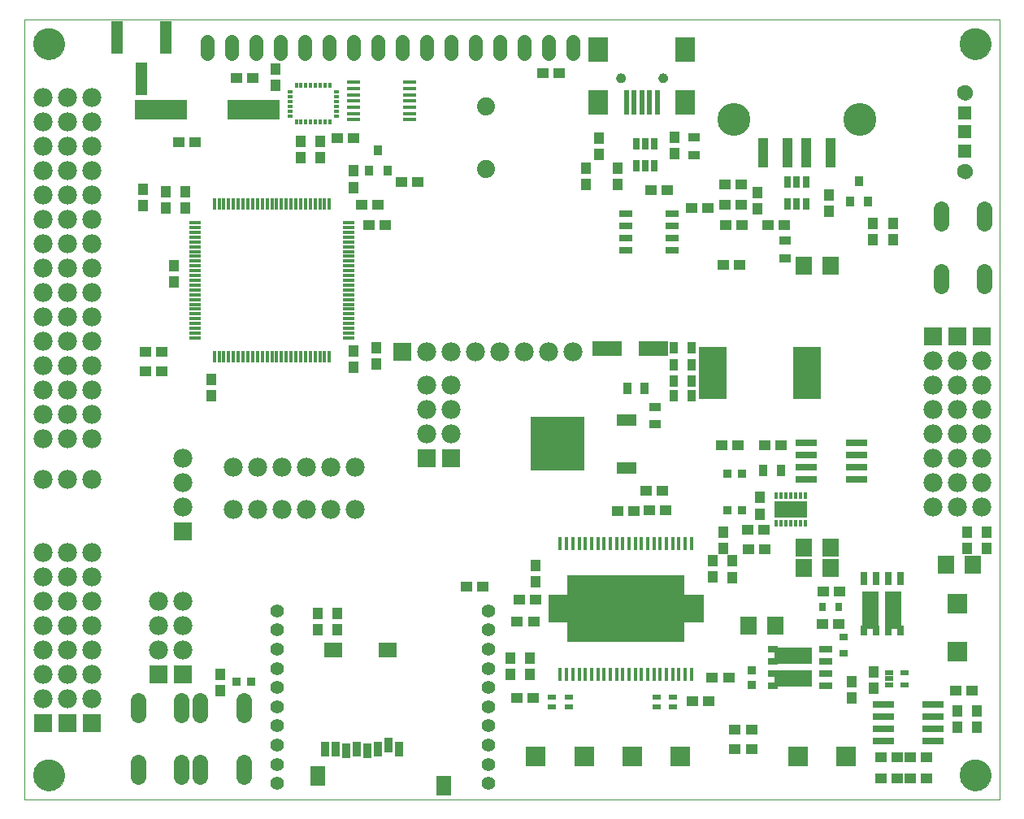
<source format=gts>
G75*
G70*
%OFA0B0*%
%FSLAX24Y24*%
%IPPOS*%
%LPD*%
%AMOC8*
5,1,8,0,0,1.08239X$1,22.5*
%
%ADD10C,0.0000*%
%ADD11C,0.1290*%
%ADD12C,0.0555*%
%ADD13C,0.0780*%
%ADD14C,0.0640*%
%ADD15C,0.0555*%
%ADD16R,0.0512X0.0158*%
%ADD17R,0.0158X0.0512*%
%ADD18R,0.0510X0.1340*%
%ADD19R,0.0158X0.0552*%
%ADD20R,0.4843X0.2737*%
%ADD21R,0.0827X0.1182*%
%ADD22R,0.0473X0.0434*%
%ADD23R,0.0434X0.0473*%
%ADD24R,0.0780X0.0780*%
%ADD25R,0.0237X0.1024*%
%ADD26R,0.0827X0.1024*%
%ADD27C,0.0394*%
%ADD28R,0.0276X0.0512*%
%ADD29C,0.1350*%
%ADD30R,0.0394X0.1221*%
%ADD31R,0.0512X0.0355*%
%ADD32R,0.0906X0.0276*%
%ADD33R,0.0355X0.0394*%
%ADD34R,0.0355X0.0355*%
%ADD35R,0.0138X0.0316*%
%ADD36R,0.1339X0.0709*%
%ADD37R,0.1142X0.2166*%
%ADD38R,0.0355X0.0512*%
%ADD39R,0.0670X0.0749*%
%ADD40C,0.0740*%
%ADD41R,0.0335X0.0197*%
%ADD42R,0.0540X0.0280*%
%ADD43R,0.0440X0.0280*%
%ADD44R,0.1540X0.0690*%
%ADD45R,0.0280X0.0540*%
%ADD46R,0.0280X0.0440*%
%ADD47R,0.0690X0.1540*%
%ADD48R,0.0276X0.0355*%
%ADD49R,0.0355X0.0276*%
%ADD50R,0.0555X0.0555*%
%ADD51C,0.0631*%
%ADD52R,0.0808X0.0808*%
%ADD53R,0.0375X0.0237*%
%ADD54R,0.0910X0.0280*%
%ADD55R,0.0749X0.0591*%
%ADD56R,0.0591X0.0788*%
%ADD57R,0.0355X0.0631*%
%ADD58R,0.1221X0.0591*%
%ADD59R,0.0237X0.0158*%
%ADD60R,0.0158X0.0237*%
%ADD61R,0.0540X0.0290*%
%ADD62R,0.0536X0.0182*%
%ADD63R,0.2140X0.0800*%
%ADD64R,0.0827X0.0512*%
%ADD65R,0.2245X0.2245*%
D10*
X000247Y001996D02*
X000247Y033996D01*
X040247Y033996D01*
X040247Y001996D01*
X000247Y001996D01*
X000622Y002996D02*
X000624Y003046D01*
X000630Y003095D01*
X000640Y003144D01*
X000653Y003191D01*
X000671Y003238D01*
X000692Y003283D01*
X000716Y003326D01*
X000744Y003367D01*
X000775Y003406D01*
X000809Y003442D01*
X000846Y003476D01*
X000886Y003506D01*
X000927Y003533D01*
X000971Y003557D01*
X001016Y003577D01*
X001063Y003593D01*
X001111Y003606D01*
X001160Y003615D01*
X001210Y003620D01*
X001259Y003621D01*
X001309Y003618D01*
X001358Y003611D01*
X001407Y003600D01*
X001454Y003586D01*
X001500Y003567D01*
X001545Y003545D01*
X001588Y003520D01*
X001628Y003491D01*
X001666Y003459D01*
X001702Y003425D01*
X001735Y003387D01*
X001764Y003347D01*
X001790Y003305D01*
X001813Y003261D01*
X001832Y003215D01*
X001848Y003168D01*
X001860Y003119D01*
X001868Y003070D01*
X001872Y003021D01*
X001872Y002971D01*
X001868Y002922D01*
X001860Y002873D01*
X001848Y002824D01*
X001832Y002777D01*
X001813Y002731D01*
X001790Y002687D01*
X001764Y002645D01*
X001735Y002605D01*
X001702Y002567D01*
X001666Y002533D01*
X001628Y002501D01*
X001588Y002472D01*
X001545Y002447D01*
X001500Y002425D01*
X001454Y002406D01*
X001407Y002392D01*
X001358Y002381D01*
X001309Y002374D01*
X001259Y002371D01*
X001210Y002372D01*
X001160Y002377D01*
X001111Y002386D01*
X001063Y002399D01*
X001016Y002415D01*
X000971Y002435D01*
X000927Y002459D01*
X000886Y002486D01*
X000846Y002516D01*
X000809Y002550D01*
X000775Y002586D01*
X000744Y002625D01*
X000716Y002666D01*
X000692Y002709D01*
X000671Y002754D01*
X000653Y002801D01*
X000640Y002848D01*
X000630Y002897D01*
X000624Y002946D01*
X000622Y002996D01*
X024524Y031596D02*
X024526Y031622D01*
X024532Y031648D01*
X024542Y031673D01*
X024555Y031696D01*
X024571Y031716D01*
X024591Y031734D01*
X024613Y031749D01*
X024636Y031761D01*
X024662Y031769D01*
X024688Y031773D01*
X024714Y031773D01*
X024740Y031769D01*
X024766Y031761D01*
X024790Y031749D01*
X024811Y031734D01*
X024831Y031716D01*
X024847Y031696D01*
X024860Y031673D01*
X024870Y031648D01*
X024876Y031622D01*
X024878Y031596D01*
X024876Y031570D01*
X024870Y031544D01*
X024860Y031519D01*
X024847Y031496D01*
X024831Y031476D01*
X024811Y031458D01*
X024789Y031443D01*
X024766Y031431D01*
X024740Y031423D01*
X024714Y031419D01*
X024688Y031419D01*
X024662Y031423D01*
X024636Y031431D01*
X024612Y031443D01*
X024591Y031458D01*
X024571Y031476D01*
X024555Y031496D01*
X024542Y031519D01*
X024532Y031544D01*
X024526Y031570D01*
X024524Y031596D01*
X026256Y031596D02*
X026258Y031622D01*
X026264Y031648D01*
X026274Y031673D01*
X026287Y031696D01*
X026303Y031716D01*
X026323Y031734D01*
X026345Y031749D01*
X026368Y031761D01*
X026394Y031769D01*
X026420Y031773D01*
X026446Y031773D01*
X026472Y031769D01*
X026498Y031761D01*
X026522Y031749D01*
X026543Y031734D01*
X026563Y031716D01*
X026579Y031696D01*
X026592Y031673D01*
X026602Y031648D01*
X026608Y031622D01*
X026610Y031596D01*
X026608Y031570D01*
X026602Y031544D01*
X026592Y031519D01*
X026579Y031496D01*
X026563Y031476D01*
X026543Y031458D01*
X026521Y031443D01*
X026498Y031431D01*
X026472Y031423D01*
X026446Y031419D01*
X026420Y031419D01*
X026394Y031423D01*
X026368Y031431D01*
X026344Y031443D01*
X026323Y031458D01*
X026303Y031476D01*
X026287Y031496D01*
X026274Y031519D01*
X026264Y031544D01*
X026258Y031570D01*
X026256Y031596D01*
X038528Y031000D02*
X038530Y031034D01*
X038536Y031068D01*
X038546Y031101D01*
X038559Y031132D01*
X038577Y031162D01*
X038597Y031190D01*
X038621Y031215D01*
X038647Y031237D01*
X038675Y031255D01*
X038706Y031271D01*
X038738Y031283D01*
X038772Y031291D01*
X038806Y031295D01*
X038840Y031295D01*
X038874Y031291D01*
X038908Y031283D01*
X038940Y031271D01*
X038970Y031255D01*
X038999Y031237D01*
X039025Y031215D01*
X039049Y031190D01*
X039069Y031162D01*
X039087Y031132D01*
X039100Y031101D01*
X039110Y031068D01*
X039116Y031034D01*
X039118Y031000D01*
X039116Y030966D01*
X039110Y030932D01*
X039100Y030899D01*
X039087Y030868D01*
X039069Y030838D01*
X039049Y030810D01*
X039025Y030785D01*
X038999Y030763D01*
X038971Y030745D01*
X038940Y030729D01*
X038908Y030717D01*
X038874Y030709D01*
X038840Y030705D01*
X038806Y030705D01*
X038772Y030709D01*
X038738Y030717D01*
X038706Y030729D01*
X038675Y030745D01*
X038647Y030763D01*
X038621Y030785D01*
X038597Y030810D01*
X038577Y030838D01*
X038559Y030868D01*
X038546Y030899D01*
X038536Y030932D01*
X038530Y030966D01*
X038528Y031000D01*
X038622Y032996D02*
X038624Y033046D01*
X038630Y033095D01*
X038640Y033144D01*
X038653Y033191D01*
X038671Y033238D01*
X038692Y033283D01*
X038716Y033326D01*
X038744Y033367D01*
X038775Y033406D01*
X038809Y033442D01*
X038846Y033476D01*
X038886Y033506D01*
X038927Y033533D01*
X038971Y033557D01*
X039016Y033577D01*
X039063Y033593D01*
X039111Y033606D01*
X039160Y033615D01*
X039210Y033620D01*
X039259Y033621D01*
X039309Y033618D01*
X039358Y033611D01*
X039407Y033600D01*
X039454Y033586D01*
X039500Y033567D01*
X039545Y033545D01*
X039588Y033520D01*
X039628Y033491D01*
X039666Y033459D01*
X039702Y033425D01*
X039735Y033387D01*
X039764Y033347D01*
X039790Y033305D01*
X039813Y033261D01*
X039832Y033215D01*
X039848Y033168D01*
X039860Y033119D01*
X039868Y033070D01*
X039872Y033021D01*
X039872Y032971D01*
X039868Y032922D01*
X039860Y032873D01*
X039848Y032824D01*
X039832Y032777D01*
X039813Y032731D01*
X039790Y032687D01*
X039764Y032645D01*
X039735Y032605D01*
X039702Y032567D01*
X039666Y032533D01*
X039628Y032501D01*
X039588Y032472D01*
X039545Y032447D01*
X039500Y032425D01*
X039454Y032406D01*
X039407Y032392D01*
X039358Y032381D01*
X039309Y032374D01*
X039259Y032371D01*
X039210Y032372D01*
X039160Y032377D01*
X039111Y032386D01*
X039063Y032399D01*
X039016Y032415D01*
X038971Y032435D01*
X038927Y032459D01*
X038886Y032486D01*
X038846Y032516D01*
X038809Y032550D01*
X038775Y032586D01*
X038744Y032625D01*
X038716Y032666D01*
X038692Y032709D01*
X038671Y032754D01*
X038653Y032801D01*
X038640Y032848D01*
X038630Y032897D01*
X038624Y032946D01*
X038622Y032996D01*
X038528Y027771D02*
X038530Y027805D01*
X038536Y027839D01*
X038546Y027872D01*
X038559Y027903D01*
X038577Y027933D01*
X038597Y027961D01*
X038621Y027986D01*
X038647Y028008D01*
X038675Y028026D01*
X038706Y028042D01*
X038738Y028054D01*
X038772Y028062D01*
X038806Y028066D01*
X038840Y028066D01*
X038874Y028062D01*
X038908Y028054D01*
X038940Y028042D01*
X038970Y028026D01*
X038999Y028008D01*
X039025Y027986D01*
X039049Y027961D01*
X039069Y027933D01*
X039087Y027903D01*
X039100Y027872D01*
X039110Y027839D01*
X039116Y027805D01*
X039118Y027771D01*
X039116Y027737D01*
X039110Y027703D01*
X039100Y027670D01*
X039087Y027639D01*
X039069Y027609D01*
X039049Y027581D01*
X039025Y027556D01*
X038999Y027534D01*
X038971Y027516D01*
X038940Y027500D01*
X038908Y027488D01*
X038874Y027480D01*
X038840Y027476D01*
X038806Y027476D01*
X038772Y027480D01*
X038738Y027488D01*
X038706Y027500D01*
X038675Y027516D01*
X038647Y027534D01*
X038621Y027556D01*
X038597Y027581D01*
X038577Y027609D01*
X038559Y027639D01*
X038546Y027670D01*
X038536Y027703D01*
X038530Y027737D01*
X038528Y027771D01*
X038622Y002996D02*
X038624Y003046D01*
X038630Y003095D01*
X038640Y003144D01*
X038653Y003191D01*
X038671Y003238D01*
X038692Y003283D01*
X038716Y003326D01*
X038744Y003367D01*
X038775Y003406D01*
X038809Y003442D01*
X038846Y003476D01*
X038886Y003506D01*
X038927Y003533D01*
X038971Y003557D01*
X039016Y003577D01*
X039063Y003593D01*
X039111Y003606D01*
X039160Y003615D01*
X039210Y003620D01*
X039259Y003621D01*
X039309Y003618D01*
X039358Y003611D01*
X039407Y003600D01*
X039454Y003586D01*
X039500Y003567D01*
X039545Y003545D01*
X039588Y003520D01*
X039628Y003491D01*
X039666Y003459D01*
X039702Y003425D01*
X039735Y003387D01*
X039764Y003347D01*
X039790Y003305D01*
X039813Y003261D01*
X039832Y003215D01*
X039848Y003168D01*
X039860Y003119D01*
X039868Y003070D01*
X039872Y003021D01*
X039872Y002971D01*
X039868Y002922D01*
X039860Y002873D01*
X039848Y002824D01*
X039832Y002777D01*
X039813Y002731D01*
X039790Y002687D01*
X039764Y002645D01*
X039735Y002605D01*
X039702Y002567D01*
X039666Y002533D01*
X039628Y002501D01*
X039588Y002472D01*
X039545Y002447D01*
X039500Y002425D01*
X039454Y002406D01*
X039407Y002392D01*
X039358Y002381D01*
X039309Y002374D01*
X039259Y002371D01*
X039210Y002372D01*
X039160Y002377D01*
X039111Y002386D01*
X039063Y002399D01*
X039016Y002415D01*
X038971Y002435D01*
X038927Y002459D01*
X038886Y002486D01*
X038846Y002516D01*
X038809Y002550D01*
X038775Y002586D01*
X038744Y002625D01*
X038716Y002666D01*
X038692Y002709D01*
X038671Y002754D01*
X038653Y002801D01*
X038640Y002848D01*
X038630Y002897D01*
X038624Y002946D01*
X038622Y002996D01*
X000622Y032996D02*
X000624Y033046D01*
X000630Y033095D01*
X000640Y033144D01*
X000653Y033191D01*
X000671Y033238D01*
X000692Y033283D01*
X000716Y033326D01*
X000744Y033367D01*
X000775Y033406D01*
X000809Y033442D01*
X000846Y033476D01*
X000886Y033506D01*
X000927Y033533D01*
X000971Y033557D01*
X001016Y033577D01*
X001063Y033593D01*
X001111Y033606D01*
X001160Y033615D01*
X001210Y033620D01*
X001259Y033621D01*
X001309Y033618D01*
X001358Y033611D01*
X001407Y033600D01*
X001454Y033586D01*
X001500Y033567D01*
X001545Y033545D01*
X001588Y033520D01*
X001628Y033491D01*
X001666Y033459D01*
X001702Y033425D01*
X001735Y033387D01*
X001764Y033347D01*
X001790Y033305D01*
X001813Y033261D01*
X001832Y033215D01*
X001848Y033168D01*
X001860Y033119D01*
X001868Y033070D01*
X001872Y033021D01*
X001872Y032971D01*
X001868Y032922D01*
X001860Y032873D01*
X001848Y032824D01*
X001832Y032777D01*
X001813Y032731D01*
X001790Y032687D01*
X001764Y032645D01*
X001735Y032605D01*
X001702Y032567D01*
X001666Y032533D01*
X001628Y032501D01*
X001588Y032472D01*
X001545Y032447D01*
X001500Y032425D01*
X001454Y032406D01*
X001407Y032392D01*
X001358Y032381D01*
X001309Y032374D01*
X001259Y032371D01*
X001210Y032372D01*
X001160Y032377D01*
X001111Y032386D01*
X001063Y032399D01*
X001016Y032415D01*
X000971Y032435D01*
X000927Y032459D01*
X000886Y032486D01*
X000846Y032516D01*
X000809Y032550D01*
X000775Y032586D01*
X000744Y032625D01*
X000716Y032666D01*
X000692Y032709D01*
X000671Y032754D01*
X000653Y032801D01*
X000640Y032848D01*
X000630Y032897D01*
X000624Y032946D01*
X000622Y032996D01*
D11*
X001247Y032996D03*
X001247Y002996D03*
X039247Y002996D03*
X039247Y032996D03*
D12*
X019278Y009739D03*
X019278Y008952D03*
X019278Y008164D03*
X019278Y007377D03*
X019278Y006589D03*
X019278Y005802D03*
X019278Y005015D03*
X019278Y004227D03*
X019278Y003440D03*
X019278Y002652D03*
X010616Y002652D03*
X010616Y003440D03*
X010616Y004227D03*
X010616Y005015D03*
X010616Y005802D03*
X010616Y006589D03*
X010616Y007377D03*
X010616Y008164D03*
X010616Y008952D03*
X010616Y009739D03*
D13*
X006747Y010136D03*
X005747Y010136D03*
X005747Y009136D03*
X006747Y009136D03*
X006747Y008136D03*
X005747Y008136D03*
X002997Y008136D03*
X002997Y009136D03*
X002997Y010136D03*
X002997Y011136D03*
X002997Y012136D03*
X001997Y012136D03*
X000997Y012136D03*
X000997Y011136D03*
X001997Y011136D03*
X001997Y010136D03*
X000997Y010136D03*
X000997Y009136D03*
X001997Y009136D03*
X001997Y008136D03*
X000997Y008136D03*
X000997Y007136D03*
X001997Y007136D03*
X002997Y007136D03*
X002997Y006136D03*
X001997Y006136D03*
X000997Y006136D03*
X006747Y013996D03*
X006747Y014996D03*
X006747Y015996D03*
X008797Y015616D03*
X009797Y015616D03*
X010797Y015616D03*
X011797Y015616D03*
X012797Y015616D03*
X013797Y015616D03*
X013797Y013896D03*
X012797Y013896D03*
X011797Y013896D03*
X010797Y013896D03*
X009797Y013896D03*
X008797Y013896D03*
X002997Y015137D03*
X001997Y015137D03*
X000997Y015137D03*
X000997Y016796D03*
X001997Y016796D03*
X001997Y017796D03*
X001997Y018796D03*
X000997Y018796D03*
X000997Y017796D03*
X000997Y019796D03*
X001997Y019796D03*
X001997Y020796D03*
X000997Y020796D03*
X000997Y021796D03*
X001997Y021796D03*
X001997Y022796D03*
X000997Y022796D03*
X000997Y023796D03*
X001997Y023796D03*
X001997Y024796D03*
X000997Y024796D03*
X000997Y025796D03*
X001997Y025796D03*
X001997Y026796D03*
X000997Y026796D03*
X000997Y027796D03*
X001997Y027796D03*
X001997Y028796D03*
X000997Y028796D03*
X000997Y029796D03*
X001997Y029796D03*
X001997Y030796D03*
X000997Y030796D03*
X002997Y030796D03*
X002997Y029796D03*
X002997Y028796D03*
X002997Y027796D03*
X002997Y026796D03*
X002997Y025796D03*
X002997Y024796D03*
X002997Y023796D03*
X002997Y022796D03*
X002997Y021796D03*
X002997Y020796D03*
X002997Y019796D03*
X002997Y018796D03*
X002997Y017796D03*
X002997Y016796D03*
X016747Y016996D03*
X017747Y016996D03*
X017747Y017996D03*
X016747Y017996D03*
X016747Y018996D03*
X017747Y018996D03*
X017747Y020346D03*
X016747Y020346D03*
X018747Y020346D03*
X019747Y020346D03*
X020747Y020346D03*
X021747Y020346D03*
X022747Y020346D03*
X037497Y019996D03*
X038497Y019996D03*
X039497Y019996D03*
X039497Y018996D03*
X038497Y018996D03*
X037497Y018996D03*
X037497Y017996D03*
X038497Y017996D03*
X039497Y017996D03*
X039497Y016996D03*
X038497Y016996D03*
X037497Y016996D03*
X037497Y015996D03*
X038497Y015996D03*
X039497Y015996D03*
X039497Y014996D03*
X038497Y014996D03*
X037497Y014996D03*
X037497Y013996D03*
X038497Y013996D03*
X039497Y013996D03*
D14*
X039627Y023066D02*
X039627Y023666D01*
X037847Y023666D02*
X037847Y023066D01*
X037847Y025626D02*
X037847Y026226D01*
X039627Y026226D02*
X039627Y025626D01*
X009237Y006076D02*
X009237Y005476D01*
X007457Y005476D02*
X007457Y006076D01*
X006687Y006076D02*
X006687Y005476D01*
X004907Y005476D02*
X004907Y006076D01*
X004907Y003516D02*
X004907Y002916D01*
X006687Y002916D02*
X006687Y003516D01*
X007457Y003516D02*
X007457Y002916D01*
X009237Y002916D02*
X009237Y003516D01*
D15*
X008747Y032588D02*
X008747Y033103D01*
X007747Y033103D02*
X007747Y032588D01*
X009747Y032588D02*
X009747Y033103D01*
X010747Y033103D02*
X010747Y032588D01*
X011747Y032588D02*
X011747Y033103D01*
X012747Y033103D02*
X012747Y032588D01*
X013747Y032588D02*
X013747Y033103D01*
X014747Y033103D02*
X014747Y032588D01*
X015747Y032588D02*
X015747Y033103D01*
X016747Y033103D02*
X016747Y032588D01*
X017747Y032588D02*
X017747Y033103D01*
X018747Y033103D02*
X018747Y032588D01*
X019747Y032588D02*
X019747Y033103D01*
X020747Y033103D02*
X020747Y032588D01*
X021747Y032588D02*
X021747Y033103D01*
X022747Y033103D02*
X022747Y032588D01*
D16*
X013547Y025658D03*
X013547Y025461D03*
X013547Y025264D03*
X013547Y025067D03*
X013547Y024870D03*
X013547Y024674D03*
X013547Y024477D03*
X013547Y024280D03*
X013547Y024083D03*
X013547Y023886D03*
X013547Y023689D03*
X013547Y023492D03*
X013547Y023296D03*
X013547Y023099D03*
X013547Y022902D03*
X013547Y022705D03*
X013547Y022508D03*
X013547Y022311D03*
X013547Y022115D03*
X013547Y021918D03*
X013547Y021721D03*
X013547Y021524D03*
X013547Y021327D03*
X013547Y021130D03*
X013547Y020933D03*
X007247Y020933D03*
X007247Y021130D03*
X007247Y021327D03*
X007247Y021524D03*
X007247Y021721D03*
X007247Y021918D03*
X007247Y022115D03*
X007247Y022311D03*
X007247Y022508D03*
X007247Y022705D03*
X007247Y022902D03*
X007247Y023099D03*
X007247Y023296D03*
X007247Y023492D03*
X007247Y023689D03*
X007247Y023886D03*
X007247Y024083D03*
X007247Y024280D03*
X007247Y024477D03*
X007247Y024674D03*
X007247Y024870D03*
X007247Y025067D03*
X007247Y025264D03*
X007247Y025461D03*
X007247Y025658D03*
D17*
X008035Y026445D03*
X008232Y026445D03*
X008428Y026445D03*
X008625Y026445D03*
X008822Y026445D03*
X009019Y026445D03*
X009216Y026445D03*
X009413Y026445D03*
X009610Y026445D03*
X009806Y026445D03*
X010003Y026445D03*
X010200Y026445D03*
X010397Y026445D03*
X010594Y026445D03*
X010791Y026445D03*
X010988Y026445D03*
X011184Y026445D03*
X011381Y026445D03*
X011578Y026445D03*
X011775Y026445D03*
X011972Y026445D03*
X012169Y026445D03*
X012366Y026445D03*
X012562Y026445D03*
X012759Y026445D03*
X012759Y020146D03*
X012562Y020146D03*
X012366Y020146D03*
X012169Y020146D03*
X011972Y020146D03*
X011775Y020146D03*
X011578Y020146D03*
X011381Y020146D03*
X011184Y020146D03*
X010988Y020146D03*
X010791Y020146D03*
X010594Y020146D03*
X010397Y020146D03*
X010200Y020146D03*
X010003Y020146D03*
X009806Y020146D03*
X009610Y020146D03*
X009413Y020146D03*
X009216Y020146D03*
X009019Y020146D03*
X008822Y020146D03*
X008625Y020146D03*
X008428Y020146D03*
X008232Y020146D03*
X008035Y020146D03*
D18*
X005058Y031546D03*
X004058Y033246D03*
X006058Y033246D03*
D19*
X022230Y012493D03*
X022486Y012493D03*
X022742Y012493D03*
X022998Y012493D03*
X023254Y012493D03*
X023510Y012493D03*
X023766Y012493D03*
X024021Y012493D03*
X024277Y012493D03*
X024533Y012493D03*
X024789Y012493D03*
X025045Y012493D03*
X025301Y012493D03*
X025557Y012493D03*
X025813Y012493D03*
X026069Y012493D03*
X026325Y012493D03*
X026581Y012493D03*
X026836Y012493D03*
X027092Y012493D03*
X027348Y012493D03*
X027604Y012493D03*
X027604Y007119D03*
X027348Y007119D03*
X027092Y007119D03*
X026836Y007119D03*
X026581Y007119D03*
X026325Y007119D03*
X026069Y007119D03*
X025813Y007119D03*
X025557Y007119D03*
X025301Y007119D03*
X025045Y007119D03*
X024789Y007119D03*
X024533Y007119D03*
X024277Y007119D03*
X024021Y007119D03*
X023766Y007119D03*
X023510Y007119D03*
X023254Y007119D03*
X022998Y007119D03*
X022742Y007119D03*
X022486Y007119D03*
X022230Y007119D03*
D20*
X024927Y009816D03*
D21*
X022132Y009816D03*
X027722Y009816D03*
D22*
X029948Y012247D03*
X030618Y012247D03*
X030579Y013046D03*
X029909Y013046D03*
X026563Y013851D03*
X025893Y013851D03*
X025244Y013842D03*
X024574Y013842D03*
X025755Y014650D03*
X026425Y014650D03*
X028839Y016545D03*
X029509Y016545D03*
X030622Y016516D03*
X031292Y016516D03*
X033012Y010536D03*
X033682Y010536D03*
X033642Y009206D03*
X032972Y009206D03*
X029132Y006986D03*
X028462Y006986D03*
X028302Y006036D03*
X027632Y006036D03*
X029396Y004868D03*
X030066Y004868D03*
X030064Y004052D03*
X029394Y004052D03*
X035384Y003734D03*
X036054Y003734D03*
X036572Y003736D03*
X037242Y003736D03*
X037242Y002856D03*
X036572Y002856D03*
X036054Y002855D03*
X035384Y002855D03*
X038452Y006476D03*
X039122Y006476D03*
X021102Y006146D03*
X020432Y006146D03*
X020462Y009286D03*
X021132Y009286D03*
X021212Y010186D03*
X020542Y010186D03*
X019061Y010734D03*
X018391Y010734D03*
X005896Y019572D03*
X005226Y019572D03*
X005225Y020374D03*
X005895Y020374D03*
X014068Y026389D03*
X014738Y026389D03*
X015712Y027336D03*
X016382Y027336D03*
X015063Y025547D03*
X014393Y025547D03*
X013751Y029129D03*
X013081Y029129D03*
X009626Y031588D03*
X008956Y031588D03*
X007261Y028956D03*
X006591Y028956D03*
X021520Y031802D03*
X022190Y031802D03*
X025932Y027000D03*
X026602Y027000D03*
X027608Y026257D03*
X028278Y026257D03*
X028992Y026396D03*
X029662Y026396D03*
X029652Y027236D03*
X028982Y027236D03*
X029002Y025546D03*
X029672Y025546D03*
X030758Y025569D03*
X031428Y025569D03*
X029586Y023927D03*
X028916Y023927D03*
D23*
X030323Y026233D03*
X030323Y026902D03*
X033261Y026801D03*
X033261Y026132D03*
X035057Y025640D03*
X035057Y024971D03*
X035867Y024951D03*
X035867Y025620D03*
X026917Y028481D03*
X026917Y029150D03*
X024576Y027900D03*
X024576Y027231D03*
X023264Y027230D03*
X023264Y027899D03*
X023797Y028461D03*
X023797Y029130D03*
X013757Y027780D03*
X013757Y027111D03*
X012382Y028319D03*
X012382Y028988D03*
X011574Y028986D03*
X011574Y028317D03*
X010547Y031283D03*
X010547Y031952D03*
X005120Y027033D03*
X005120Y026364D03*
X006044Y026255D03*
X006044Y026924D03*
X006863Y026923D03*
X006863Y026254D03*
X006379Y023901D03*
X006379Y023232D03*
X007919Y019245D03*
X007919Y018576D03*
X013736Y019732D03*
X013736Y020401D03*
X014664Y020523D03*
X014664Y019854D03*
X021207Y011600D03*
X021207Y010931D03*
X020969Y007784D03*
X020969Y007115D03*
X020167Y007115D03*
X020167Y007784D03*
X013074Y008965D03*
X013074Y009634D03*
X012268Y009637D03*
X012268Y008968D03*
X008278Y007120D03*
X008278Y006451D03*
X028467Y011121D03*
X028467Y011790D03*
X028912Y012303D03*
X029267Y011780D03*
X029267Y011111D03*
X028912Y012972D03*
X030417Y013711D03*
X030417Y014380D03*
X035077Y007230D03*
X035077Y006561D03*
X034187Y006840D03*
X034187Y006171D03*
X038517Y005630D03*
X038517Y004961D03*
X039327Y004971D03*
X039327Y005640D03*
X039712Y012281D03*
X039712Y012950D03*
X038917Y012950D03*
X038917Y012281D03*
D24*
X038497Y020996D03*
X039497Y020996D03*
X037497Y020996D03*
X017747Y015996D03*
X016747Y015996D03*
X015747Y020346D03*
X006747Y012996D03*
X006747Y007136D03*
X005747Y007136D03*
X002997Y005136D03*
X001997Y005136D03*
X000997Y005136D03*
D25*
X024937Y030611D03*
X025252Y030611D03*
X025567Y030611D03*
X025882Y030611D03*
X026197Y030611D03*
D26*
X027339Y030611D03*
X027339Y032777D03*
X023795Y032777D03*
X023795Y030611D03*
D27*
X024701Y031596D03*
X026433Y031596D03*
D28*
X026091Y028889D03*
X025717Y028889D03*
X025343Y028889D03*
X025343Y027983D03*
X025717Y027983D03*
X026091Y027983D03*
X031556Y027319D03*
X031930Y027319D03*
X032304Y027319D03*
X032304Y026413D03*
X031930Y026413D03*
X031556Y026413D03*
D29*
X029342Y029896D03*
X034512Y029896D03*
D30*
X033305Y028537D03*
X032321Y028537D03*
X031533Y028537D03*
X030549Y028537D03*
D31*
X027697Y028441D03*
X027697Y029150D03*
X031444Y024916D03*
X031444Y024207D03*
X026117Y018100D03*
X026117Y017391D03*
D32*
X035467Y005895D03*
X035467Y005395D03*
X035467Y004895D03*
X035467Y004395D03*
X037515Y004395D03*
X037515Y004895D03*
X037515Y005395D03*
X037515Y005895D03*
D33*
X034861Y026542D03*
X034113Y026542D03*
X034487Y027369D03*
X015131Y027802D03*
X014383Y027802D03*
X014757Y028629D03*
D34*
X029082Y015346D03*
X029672Y015346D03*
X029672Y013846D03*
X029082Y013846D03*
X030083Y007292D03*
X030083Y006701D03*
X009546Y006813D03*
X008956Y006813D03*
D35*
X031086Y013335D03*
X031283Y013335D03*
X031480Y013335D03*
X031677Y013335D03*
X031874Y013335D03*
X032071Y013335D03*
X032268Y013335D03*
X032268Y014476D03*
X032071Y014476D03*
X031874Y014476D03*
X031677Y014476D03*
X031480Y014476D03*
X031283Y014476D03*
X031086Y014476D03*
D36*
X031677Y013906D03*
D37*
X032347Y019496D03*
X028489Y019496D03*
D38*
X027601Y019816D03*
X027601Y019166D03*
X027601Y018546D03*
X026893Y018546D03*
X026893Y019166D03*
X026893Y019816D03*
X026893Y020526D03*
X027601Y020526D03*
X025694Y018848D03*
X024986Y018848D03*
X030563Y015486D03*
X031271Y015486D03*
D39*
X032206Y012326D03*
X032206Y011486D03*
X033308Y011486D03*
X033308Y012326D03*
X031048Y009136D03*
X029946Y009136D03*
X038056Y011616D03*
X039158Y011616D03*
X033321Y023894D03*
X032219Y023894D03*
D40*
X019164Y027874D03*
X019164Y030433D03*
D41*
X035712Y007202D03*
X035712Y006946D03*
X035712Y006690D03*
X036362Y006690D03*
X036362Y007202D03*
D42*
X033097Y007176D03*
X033097Y006676D03*
X033097Y007676D03*
X033097Y008176D03*
D43*
X030947Y008176D03*
X030947Y007676D03*
X030947Y007176D03*
X030947Y006676D03*
D44*
X031777Y006971D03*
X031777Y007881D03*
D45*
X034667Y011066D03*
X035167Y011066D03*
X035667Y011066D03*
X036167Y011066D03*
D46*
X036167Y008916D03*
X035667Y008916D03*
X035167Y008916D03*
X034667Y008916D03*
D47*
X034962Y009746D03*
X035872Y009746D03*
D48*
X033647Y009906D03*
X032978Y009906D03*
D49*
X033847Y008675D03*
X033847Y008006D03*
D50*
X038807Y028598D03*
X038807Y029386D03*
X038807Y030173D03*
D51*
X038823Y031000D03*
X038823Y027771D03*
D52*
X038507Y010026D03*
X038507Y008057D03*
X033947Y003776D03*
X031978Y003776D03*
X027137Y003776D03*
X025168Y003776D03*
X023197Y003776D03*
X021228Y003776D03*
D53*
X021893Y005799D03*
X022581Y005799D03*
X022581Y006192D03*
X021893Y006192D03*
X026173Y006192D03*
X026173Y005799D03*
X026861Y005799D03*
X026861Y006192D03*
D54*
X032327Y015116D03*
X032327Y015616D03*
X032327Y016116D03*
X032327Y016616D03*
X034387Y016616D03*
X034387Y016116D03*
X034387Y015616D03*
X034387Y015116D03*
D55*
X015145Y008132D03*
X012901Y008132D03*
D56*
X012271Y002955D03*
X017448Y002561D03*
D57*
X015614Y004077D03*
X015181Y004234D03*
X014748Y004077D03*
X014314Y003998D03*
X013881Y004077D03*
X013448Y003998D03*
X013015Y004077D03*
X012582Y004077D03*
D58*
X024146Y020508D03*
X026036Y020508D03*
D59*
X013031Y030039D03*
X013031Y030236D03*
X013031Y030433D03*
X013031Y030630D03*
X013031Y030827D03*
X013031Y031024D03*
X011141Y031024D03*
X011141Y030827D03*
X011141Y030630D03*
X011141Y030433D03*
X011141Y030236D03*
X011141Y030039D03*
D60*
X011397Y029784D03*
X011594Y029784D03*
X011791Y029784D03*
X011988Y029784D03*
X012184Y029784D03*
X012381Y029784D03*
X012578Y029784D03*
X012775Y029784D03*
X012775Y031280D03*
X012578Y031280D03*
X012381Y031280D03*
X012184Y031280D03*
X011988Y031280D03*
X011791Y031280D03*
X011594Y031280D03*
X011397Y031280D03*
D61*
X024922Y026035D03*
X024922Y025535D03*
X024922Y025035D03*
X024922Y024535D03*
X026822Y024535D03*
X026822Y025035D03*
X026822Y025535D03*
X026822Y026035D03*
D62*
X016044Y029882D03*
X016044Y030138D03*
X016044Y030394D03*
X016044Y030650D03*
X016044Y030906D03*
X016044Y031161D03*
X016044Y031417D03*
X013760Y031417D03*
X013760Y031161D03*
X013760Y030906D03*
X013760Y030650D03*
X013760Y030394D03*
X013760Y030138D03*
X013760Y029882D03*
D63*
X009643Y030288D03*
X005843Y030288D03*
D64*
X024939Y017565D03*
X024939Y015596D03*
D65*
X022105Y016581D03*
M02*

</source>
